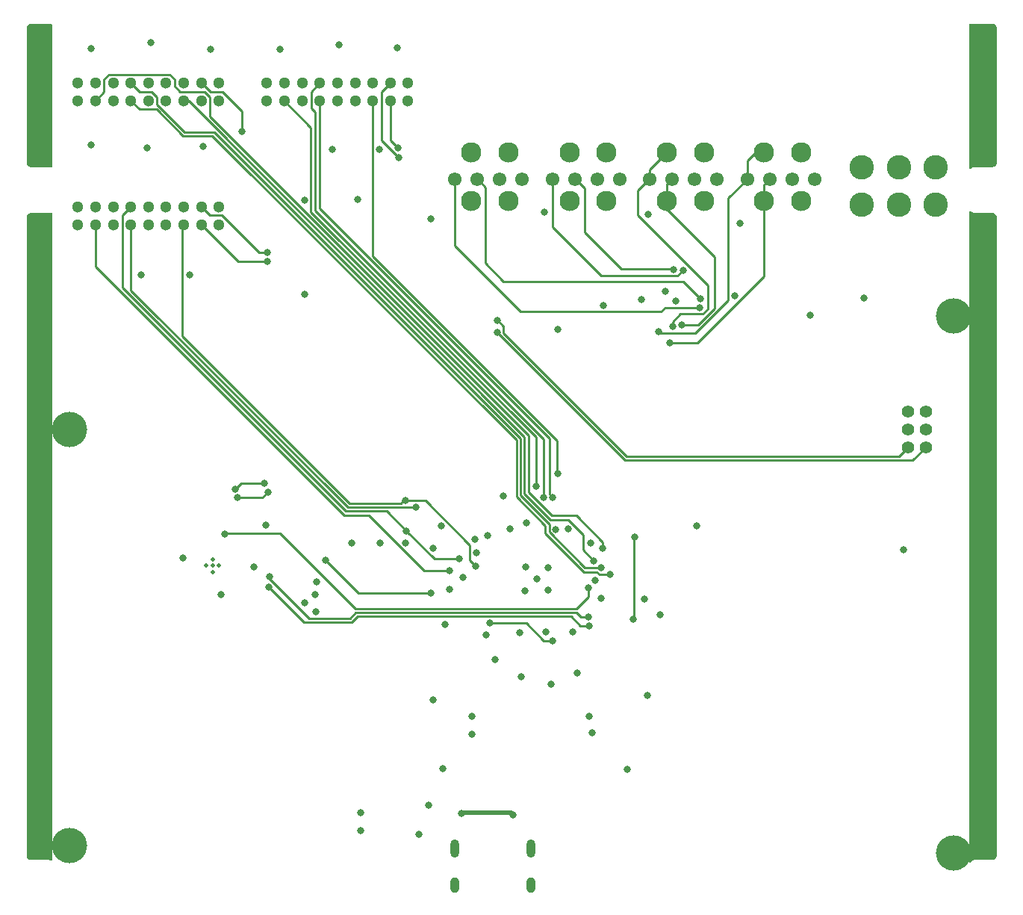
<source format=gbr>
%TF.GenerationSoftware,KiCad,Pcbnew,7.0.6-0*%
%TF.CreationDate,2023-12-09T22:02:54-05:00*%
%TF.ProjectId,bitcrane,62697463-7261-46e6-952e-6b696361645f,rev?*%
%TF.SameCoordinates,Original*%
%TF.FileFunction,Copper,L4,Bot*%
%TF.FilePolarity,Positive*%
%FSLAX46Y46*%
G04 Gerber Fmt 4.6, Leading zero omitted, Abs format (unit mm)*
G04 Created by KiCad (PCBNEW 7.0.6-0) date 2023-12-09 22:02:54*
%MOMM*%
%LPD*%
G01*
G04 APERTURE LIST*
%TA.AperFunction,ComponentPad*%
%ADD10C,1.400000*%
%TD*%
%TA.AperFunction,ComponentPad*%
%ADD11C,1.300000*%
%TD*%
%TA.AperFunction,ComponentPad*%
%ADD12C,2.300000*%
%TD*%
%TA.AperFunction,ComponentPad*%
%ADD13C,1.549400*%
%TD*%
%TA.AperFunction,ComponentPad*%
%ADD14C,0.500000*%
%TD*%
%TA.AperFunction,ComponentPad*%
%ADD15C,4.000000*%
%TD*%
%TA.AperFunction,ComponentPad*%
%ADD16C,2.775000*%
%TD*%
%TA.AperFunction,ComponentPad*%
%ADD17O,1.000000X2.100000*%
%TD*%
%TA.AperFunction,ComponentPad*%
%ADD18O,1.000000X1.800000*%
%TD*%
%TA.AperFunction,ViaPad*%
%ADD19C,0.800000*%
%TD*%
%TA.AperFunction,Conductor*%
%ADD20C,0.250000*%
%TD*%
%TA.AperFunction,Conductor*%
%ADD21C,0.500000*%
%TD*%
G04 APERTURE END LIST*
D10*
%TO.P,J1,1,Pin_1*%
%TO.N,unconnected-(J1-Pin_1-Pad1)*%
X160210000Y-78245000D03*
%TO.P,J1,2,Pin_2*%
%TO.N,GND*%
X160210000Y-80245000D03*
%TO.P,J1,3,Pin_3*%
%TO.N,/SDA3*%
X160210000Y-82245000D03*
%TO.P,J1,4,Pin_4*%
%TO.N,unconnected-(J1-Pin_4-Pad4)*%
X158210000Y-78245000D03*
%TO.P,J1,5,Pin_5*%
%TO.N,/PSU_EN*%
X158210000Y-80245000D03*
%TO.P,J1,6,Pin_6*%
%TO.N,/SCL3*%
X158210000Y-82245000D03*
%TD*%
D11*
%TO.P,J2,1,Pin_1*%
%TO.N,GND*%
X80080000Y-42980000D03*
%TO.P,J2,2,Pin_2*%
X80080000Y-40980000D03*
%TO.P,J2,3,Pin_3*%
%TO.N,/SDA0*%
X78080000Y-42980000D03*
%TO.P,J2,4,Pin_4*%
%TO.N,/SCL0*%
X78080000Y-40980000D03*
%TO.P,J2,5,Pin_5*%
%TO.N,/PLUG0*%
X76080000Y-42980000D03*
%TO.P,J2,6,Pin_6*%
%TO.N,/A20*%
X76080000Y-40980000D03*
%TO.P,J2,7,Pin_7*%
%TO.N,/A10*%
X74080000Y-42980000D03*
%TO.P,J2,8,Pin_8*%
%TO.N,/A00*%
X74080000Y-40980000D03*
%TO.P,J2,9,Pin_9*%
%TO.N,GND*%
X72080000Y-42980000D03*
%TO.P,J2,10,Pin_10*%
X72080000Y-40980000D03*
%TO.P,J2,11,Pin_11*%
%TO.N,/TXD0*%
X70080000Y-42980000D03*
%TO.P,J2,12,Pin_12*%
%TO.N,/RXD0*%
X70080000Y-40980000D03*
%TO.P,J2,13,Pin_13*%
%TO.N,GND*%
X68080000Y-42980000D03*
%TO.P,J2,14,Pin_14*%
X68080000Y-40980000D03*
%TO.P,J2,15,Pin_15*%
%TO.N,/RST0*%
X66080000Y-42980000D03*
%TO.P,J2,16,Pin_16*%
%TO.N,VCCIO*%
X66080000Y-40980000D03*
%TO.P,J2,17,Pin_17*%
%TO.N,unconnected-(J2-Pin_17-Pad17)*%
X64080000Y-42980000D03*
%TO.P,J2,18,Pin_18*%
%TO.N,unconnected-(J2-Pin_18-Pad18)*%
X64080000Y-40980000D03*
%TD*%
%TO.P,J10,1,Pin_1*%
%TO.N,GND*%
X80080000Y-57010000D03*
%TO.P,J10,2,Pin_2*%
X80080000Y-55010000D03*
%TO.P,J10,3,Pin_3*%
%TO.N,/SDA2*%
X78080000Y-57010000D03*
%TO.P,J10,4,Pin_4*%
%TO.N,/SCL2*%
X78080000Y-55010000D03*
%TO.P,J10,5,Pin_5*%
%TO.N,/PLUG2*%
X76080000Y-57010000D03*
%TO.P,J10,6,Pin_6*%
%TO.N,/A22*%
X76080000Y-55010000D03*
%TO.P,J10,7,Pin_7*%
%TO.N,/A12*%
X74080000Y-57010000D03*
%TO.P,J10,8,Pin_8*%
%TO.N,/A02*%
X74080000Y-55010000D03*
%TO.P,J10,9,Pin_9*%
%TO.N,GND*%
X72080000Y-57010000D03*
%TO.P,J10,10,Pin_10*%
X72080000Y-55010000D03*
%TO.P,J10,11,Pin_11*%
%TO.N,/TXD2*%
X70080000Y-57010000D03*
%TO.P,J10,12,Pin_12*%
%TO.N,/RXD2*%
X70080000Y-55010000D03*
%TO.P,J10,13,Pin_13*%
%TO.N,GND*%
X68080000Y-57010000D03*
%TO.P,J10,14,Pin_14*%
X68080000Y-55010000D03*
%TO.P,J10,15,Pin_15*%
%TO.N,/RST2*%
X66080000Y-57010000D03*
%TO.P,J10,16,Pin_16*%
%TO.N,VCCIO*%
X66080000Y-55010000D03*
%TO.P,J10,17,Pin_17*%
%TO.N,unconnected-(J10-Pin_17-Pad17)*%
X64080000Y-57010000D03*
%TO.P,J10,18,Pin_18*%
%TO.N,unconnected-(J10-Pin_18-Pad18)*%
X64080000Y-55010000D03*
%TD*%
%TO.P,J9,1,Pin_1*%
%TO.N,GND*%
X101510000Y-42980000D03*
%TO.P,J9,2,Pin_2*%
X101510000Y-40980000D03*
%TO.P,J9,3,Pin_3*%
%TO.N,/SDA1*%
X99510000Y-42980000D03*
%TO.P,J9,4,Pin_4*%
%TO.N,/SCL1*%
X99510000Y-40980000D03*
%TO.P,J9,5,Pin_5*%
%TO.N,/PLUG1*%
X97510000Y-42980000D03*
%TO.P,J9,6,Pin_6*%
%TO.N,/A21*%
X97510000Y-40980000D03*
%TO.P,J9,7,Pin_7*%
%TO.N,/A11*%
X95510000Y-42980000D03*
%TO.P,J9,8,Pin_8*%
%TO.N,/A01*%
X95510000Y-40980000D03*
%TO.P,J9,9,Pin_9*%
%TO.N,GND*%
X93510000Y-42980000D03*
%TO.P,J9,10,Pin_10*%
X93510000Y-40980000D03*
%TO.P,J9,11,Pin_11*%
%TO.N,/TXD1*%
X91510000Y-42980000D03*
%TO.P,J9,12,Pin_12*%
%TO.N,/RXD1*%
X91510000Y-40980000D03*
%TO.P,J9,13,Pin_13*%
%TO.N,GND*%
X89510000Y-42980000D03*
%TO.P,J9,14,Pin_14*%
X89510000Y-40980000D03*
%TO.P,J9,15,Pin_15*%
%TO.N,/RST1*%
X87510000Y-42980000D03*
%TO.P,J9,16,Pin_16*%
%TO.N,VCCIO*%
X87510000Y-40980000D03*
%TO.P,J9,17,Pin_17*%
%TO.N,unconnected-(J9-Pin_17-Pad17)*%
X85510000Y-42980000D03*
%TO.P,J9,18,Pin_18*%
%TO.N,unconnected-(J9-Pin_18-Pad18)*%
X85510000Y-40980000D03*
%TD*%
D12*
%TO.P,J14,4,Pin_4*%
%TO.N,Net-(J14-Pin_4)*%
X141880000Y-48820000D03*
%TO.P,J14,3,Pin_3*%
%TO.N,Net-(J14-Pin_3)*%
X141880000Y-54320000D03*
%TO.P,J14,2,Pin_2*%
%TO.N,/12V*%
X146080000Y-54320000D03*
%TO.P,J14,1,Pin_1*%
%TO.N,GND*%
X146080000Y-48820000D03*
%TD*%
%TO.P,J15,4,Pin_4*%
%TO.N,Net-(J15-Pin_4)*%
X130860000Y-48820000D03*
%TO.P,J15,3,Pin_3*%
%TO.N,Net-(J15-Pin_3)*%
X130860000Y-54320000D03*
%TO.P,J15,2,Pin_2*%
%TO.N,/12V*%
X135060000Y-54320000D03*
%TO.P,J15,1,Pin_1*%
%TO.N,GND*%
X135060000Y-48820000D03*
%TD*%
%TO.P,J17,4,Pin_4*%
%TO.N,Net-(J17-Pin_4)*%
X119820000Y-48820000D03*
%TO.P,J17,3,Pin_3*%
%TO.N,Net-(J17-Pin_3)*%
X119820000Y-54320000D03*
%TO.P,J17,2,Pin_2*%
%TO.N,/12V*%
X124020000Y-54320000D03*
%TO.P,J17,1,Pin_1*%
%TO.N,GND*%
X124020000Y-48820000D03*
%TD*%
%TO.P,J16,4,Pin_4*%
%TO.N,Net-(J16-Pin_4)*%
X108680000Y-48820000D03*
%TO.P,J16,3,Pin_3*%
%TO.N,Net-(J16-Pin_3)*%
X108680000Y-54320000D03*
%TO.P,J16,2,Pin_2*%
%TO.N,/12V*%
X112880000Y-54320000D03*
%TO.P,J16,1,Pin_1*%
%TO.N,GND*%
X112880000Y-48820000D03*
%TD*%
D13*
%TO.P,J5,1,Pin_1*%
%TO.N,GND*%
X136530000Y-51870750D03*
%TO.P,J5,2,Pin_2*%
%TO.N,/12V*%
X133990000Y-51870750D03*
%TO.P,J5,3,Pin_3*%
%TO.N,Net-(J15-Pin_3)*%
X131450000Y-51870750D03*
%TO.P,J5,4,Pin_4*%
%TO.N,Net-(J15-Pin_4)*%
X128910000Y-51870750D03*
%TD*%
D14*
%TO.P,U5,17,EPAD*%
%TO.N,GND*%
X79355000Y-94975000D03*
X80075000Y-95695000D03*
X79355000Y-95695000D03*
X78635000Y-95695000D03*
X79355000Y-96415000D03*
%TD*%
D15*
%TO.P,H4,1,1*%
%TO.N,GND*%
X63160000Y-127445000D03*
%TD*%
%TO.P,H3,1,1*%
%TO.N,GND*%
X63160000Y-80245000D03*
%TD*%
%TO.P,H2,1,1*%
%TO.N,GND*%
X163360000Y-128245000D03*
%TD*%
%TO.P,H1,1,1*%
%TO.N,GND*%
X163360000Y-67365000D03*
%TD*%
D13*
%TO.P,J4,1,Pin_1*%
%TO.N,GND*%
X147580000Y-51870750D03*
%TO.P,J4,2,Pin_2*%
%TO.N,/12V*%
X145040000Y-51870750D03*
%TO.P,J4,3,Pin_3*%
%TO.N,Net-(J14-Pin_3)*%
X142500000Y-51870750D03*
%TO.P,J4,4,Pin_4*%
%TO.N,Net-(J14-Pin_4)*%
X139960000Y-51870750D03*
%TD*%
%TO.P,J7,4,Pin_4*%
%TO.N,Net-(J17-Pin_4)*%
X117890000Y-51870750D03*
%TO.P,J7,3,Pin_3*%
%TO.N,Net-(J17-Pin_3)*%
X120430000Y-51870750D03*
%TO.P,J7,2,Pin_2*%
%TO.N,/12V*%
X122970000Y-51870750D03*
%TO.P,J7,1,Pin_1*%
%TO.N,GND*%
X125510000Y-51870750D03*
%TD*%
%TO.P,J6,4,Pin_4*%
%TO.N,Net-(J16-Pin_4)*%
X106780000Y-51870750D03*
%TO.P,J6,3,Pin_3*%
%TO.N,Net-(J16-Pin_3)*%
X109320000Y-51870750D03*
%TO.P,J6,2,Pin_2*%
%TO.N,/12V*%
X111860000Y-51870750D03*
%TO.P,J6,1,Pin_1*%
%TO.N,GND*%
X114400000Y-51870750D03*
%TD*%
D16*
%TO.P,J3,6,6*%
%TO.N,GND*%
X161360000Y-54740000D03*
%TO.P,J3,5,5*%
X157160000Y-54740000D03*
%TO.P,J3,4,4*%
X152960000Y-54740000D03*
%TO.P,J3,3,3*%
%TO.N,Net-(Q1-D)*%
X161360000Y-50540000D03*
%TO.P,J3,2,2*%
X157160000Y-50540000D03*
%TO.P,J3,1,1*%
X152960000Y-50540000D03*
%TD*%
D17*
%TO.P,J8,S1,SHIELD*%
%TO.N,GND*%
X106780000Y-127730000D03*
D18*
X106780000Y-131910000D03*
D17*
X115420000Y-127730000D03*
D18*
X115420000Y-131910000D03*
%TD*%
D19*
%TO.N,VCCIO*%
X157690000Y-93900000D03*
X95800000Y-54150000D03*
X89780000Y-54270000D03*
X89750000Y-64890000D03*
%TO.N,/SCL2*%
X85595047Y-60212616D03*
%TO.N,/SDA2*%
X85530000Y-61210000D03*
%TO.N,/SCL0*%
X82640000Y-46440000D03*
%TO.N,/SDA1*%
X100360000Y-48290000D03*
%TO.N,/SCL1*%
X100430000Y-49420000D03*
%TO.N,VCCIO*%
X130060000Y-101270000D03*
%TO.N,/SDA3*%
X111603198Y-69233198D03*
%TO.N,/SCL3*%
X111660000Y-67890000D03*
%TO.N,VCCIO*%
X65600000Y-37050000D03*
X79160000Y-37150000D03*
X87010000Y-37180000D03*
X100250000Y-37020000D03*
%TO.N,GND*%
X85420000Y-91050000D03*
%TO.N,/PLUG2*%
X101250000Y-88310000D03*
%TO.N,Net-(U1-EEDATA)*%
X92150000Y-95060000D03*
X104060000Y-98780000D03*
%TO.N,/RXD2*%
X101290000Y-91720000D03*
%TO.N,/SCL1*%
X85210000Y-86370000D03*
X81950000Y-86980000D03*
%TO.N,/SDA1*%
X85620000Y-87340000D03*
X82151850Y-87961851D03*
%TO.N,/RST2*%
X106210000Y-96240000D03*
%TO.N,VCCIO*%
X107780000Y-97005500D03*
%TO.N,/PLUG2*%
X109170000Y-95708541D03*
%TO.N,/TXD2*%
X102370000Y-89060000D03*
%TO.N,/RST1*%
X116016246Y-86716246D03*
%TO.N,/PLUG1*%
X118480000Y-85210000D03*
%TO.N,/RST0*%
X123570000Y-93680000D03*
%TO.N,/PLUG0*%
X122583623Y-95145346D03*
%TO.N,/RXD0*%
X123393538Y-95869846D03*
%TO.N,/TXD0*%
X124390000Y-96710000D03*
%TO.N,VCCIO*%
X71290000Y-62730000D03*
%TO.N,GND*%
X76760000Y-62760000D03*
X71900000Y-48360000D03*
%TO.N,VCCIO*%
X65580000Y-47980000D03*
X78250000Y-48190000D03*
X98260000Y-48510000D03*
%TO.N,GND*%
X92930000Y-48510000D03*
X72340000Y-36420000D03*
X93690000Y-36620000D03*
X80310000Y-98950000D03*
X76020000Y-94790000D03*
%TO.N,VCCIO*%
X84060000Y-95830000D03*
X128650000Y-110410000D03*
%TO.N,/RESET*%
X80710000Y-92090000D03*
X121947684Y-98195500D03*
%TO.N,/SCL*%
X85752701Y-98137299D03*
X122021610Y-102478636D03*
%TO.N,/SDA*%
X85810000Y-96950000D03*
X121980000Y-101480000D03*
%TO.N,/RXD2*%
X107340000Y-94924125D03*
%TO.N,/FAN_ALERT*%
X127040000Y-101720000D03*
X127175500Y-92409860D03*
%TO.N,VCCIO*%
X118490000Y-68930000D03*
X122190000Y-93100000D03*
X134220000Y-91190000D03*
%TO.N,GND*%
X120170000Y-103220000D03*
%TO.N,Net-(J14-Pin_4)*%
X129950000Y-69130000D03*
%TO.N,VCCIO*%
X116990000Y-55590000D03*
X104090000Y-56380000D03*
X127980000Y-65540000D03*
X128760000Y-55900000D03*
X139160000Y-56860000D03*
%TO.N,GND*%
X130720000Y-64570000D03*
X138560000Y-65110000D03*
X123680000Y-66160000D03*
X153200000Y-65340000D03*
X147110000Y-67290000D03*
X131880000Y-65700000D03*
%TO.N,Net-(J14-Pin_3)*%
X131200000Y-70450000D03*
%TO.N,Net-(J15-Pin_3)*%
X132580000Y-68380000D03*
%TO.N,Net-(J15-Pin_4)*%
X131490000Y-68600000D03*
%TO.N,Net-(J16-Pin_3)*%
X134690000Y-65420000D03*
%TO.N,Net-(J16-Pin_4)*%
X134614981Y-66416683D03*
%TO.N,Net-(J17-Pin_3)*%
X131640000Y-62090000D03*
%TO.N,Net-(J17-Pin_4)*%
X132700000Y-62190000D03*
%TO.N,/TXD1*%
X117884423Y-87922572D03*
%TO.N,/RXD1*%
X116885000Y-87910000D03*
%TO.N,/5V*%
X113454000Y-123936000D03*
X107543800Y-123724800D03*
%TO.N,VCORE*%
X117862354Y-104176740D03*
X110810000Y-102190000D03*
X110547000Y-92259000D03*
X118264799Y-91560799D03*
%TO.N,VCCIO*%
X109090000Y-92670000D03*
X108750000Y-112800000D03*
X91007000Y-98936000D03*
X123400000Y-99420000D03*
X98310000Y-93120000D03*
X95160000Y-93080000D03*
X120660000Y-107890000D03*
X101220000Y-93110000D03*
X91064000Y-100921000D03*
X122090000Y-112720000D03*
X96100000Y-123710000D03*
X114900000Y-90800000D03*
%TO.N,GND*%
X117750000Y-109160000D03*
X59820000Y-82940904D03*
X166670000Y-101257274D03*
X59820000Y-122543623D03*
X166670000Y-104303637D03*
X122700000Y-97320000D03*
X59820000Y-67709089D03*
X96150000Y-125690000D03*
X166670000Y-82979096D03*
X59710000Y-48120000D03*
X117420000Y-98410000D03*
X59820000Y-119497260D03*
X59820000Y-116450897D03*
X105420000Y-118710000D03*
X166670000Y-76886370D03*
X166670000Y-98210911D03*
X166670000Y-67747281D03*
X104390000Y-93680000D03*
X117430000Y-95900000D03*
X111410000Y-106310000D03*
X59820000Y-58570000D03*
X105730000Y-102310000D03*
X166770000Y-42860000D03*
X166670000Y-116489089D03*
X59820000Y-73801815D03*
X59820000Y-110358171D03*
X166670000Y-58608192D03*
X166670000Y-86025459D03*
X102720000Y-126130000D03*
X166670000Y-79932733D03*
X89750000Y-99920000D03*
X112340000Y-87800000D03*
X126360000Y-118740000D03*
X117160500Y-103190000D03*
X122370000Y-114580000D03*
X91125000Y-97515000D03*
X59820000Y-76848178D03*
X166670000Y-122581815D03*
X59820000Y-113404534D03*
X166670000Y-113442726D03*
X59820000Y-85987267D03*
X104328000Y-110913000D03*
X166670000Y-107350000D03*
X59710000Y-39015000D03*
X119700000Y-91536000D03*
X105250000Y-91160000D03*
X59820000Y-125590000D03*
X166670000Y-70793644D03*
X59820000Y-98172719D03*
X128340000Y-99450000D03*
X114160500Y-103302000D03*
X109255765Y-94259041D03*
X114380000Y-108310000D03*
X59820000Y-79894541D03*
X166670000Y-125628192D03*
X166770000Y-39825000D03*
X59820000Y-101219082D03*
X59820000Y-64662726D03*
X59820000Y-104265445D03*
X114820000Y-95860000D03*
X166670000Y-110396363D03*
X59710000Y-42050000D03*
X108720000Y-114790000D03*
X166770000Y-36790000D03*
X110390000Y-103550000D03*
X166770000Y-45895000D03*
X166670000Y-95164548D03*
X59820000Y-89033630D03*
X116135000Y-97170000D03*
X59820000Y-107311808D03*
X166670000Y-64700918D03*
X114740000Y-98510000D03*
X113040000Y-91493000D03*
X166770000Y-48930000D03*
X59820000Y-61616363D03*
X59820000Y-95126356D03*
X59710000Y-35980000D03*
X166670000Y-61654555D03*
X166670000Y-73840007D03*
X103872000Y-122806000D03*
X59820000Y-92079993D03*
X59710000Y-45085000D03*
X166670000Y-119535452D03*
X166670000Y-92118185D03*
X166670000Y-89071822D03*
X59820000Y-70755452D03*
X106250000Y-98350000D03*
%TD*%
D20*
%TO.N,/PLUG0*%
X121350000Y-92160695D02*
X119648454Y-90459149D01*
X121350000Y-93911723D02*
X121350000Y-92160695D01*
X119648454Y-90459149D02*
X117660850Y-90459149D01*
X122583623Y-95145346D02*
X121350000Y-93911723D01*
X117660850Y-90459149D02*
X114720000Y-87518299D01*
X114720000Y-87518299D02*
X114720000Y-81072792D01*
X76627208Y-42980000D02*
X76080000Y-42980000D01*
X114720000Y-81072792D02*
X76627208Y-42980000D01*
%TO.N,/RST0*%
X75055000Y-41333859D02*
X75055000Y-40576141D01*
X123570000Y-93000000D02*
X120579149Y-90009149D01*
X75055000Y-40576141D02*
X74483859Y-40005000D01*
X120579149Y-90009149D02*
X117847246Y-90009149D01*
X67055000Y-40576141D02*
X67055000Y-42005000D01*
X115170000Y-80886396D02*
X79055000Y-44771396D01*
X123570000Y-93680000D02*
X123570000Y-93000000D01*
X117847246Y-90009149D02*
X115170000Y-87331903D01*
X115170000Y-87331903D02*
X115170000Y-80886396D01*
X79055000Y-42576141D02*
X78433859Y-41955000D01*
X67055000Y-42005000D02*
X66080000Y-42980000D01*
X79055000Y-44771396D02*
X79055000Y-42576141D01*
X78433859Y-41955000D02*
X75676141Y-41955000D01*
X75676141Y-41955000D02*
X75055000Y-41333859D01*
X74483859Y-40005000D02*
X67626141Y-40005000D01*
X67626141Y-40005000D02*
X67055000Y-40576141D01*
%TO.N,/TXD0*%
X117089799Y-92047500D02*
X117089799Y-91160890D01*
X123208387Y-96710000D02*
X122928387Y-96430000D01*
X122928387Y-96430000D02*
X121472299Y-96430000D01*
X117089799Y-91160890D02*
X113820000Y-87891091D01*
X71055000Y-43955000D02*
X70080000Y-42980000D01*
X113820000Y-87891091D02*
X113820000Y-81445584D01*
X121472299Y-96430000D02*
X117089799Y-92047500D01*
X113820000Y-81445584D02*
X79334416Y-46960000D01*
X75994745Y-46960000D02*
X72989745Y-43955000D01*
X79334416Y-46960000D02*
X75994745Y-46960000D01*
X124390000Y-96710000D02*
X123208387Y-96710000D01*
X72989745Y-43955000D02*
X71055000Y-43955000D01*
%TO.N,/TXD1*%
X117884423Y-87922572D02*
X117540000Y-87578149D01*
X117540000Y-87578149D02*
X117540000Y-81240000D01*
X117540000Y-81240000D02*
X91510000Y-55210000D01*
X91510000Y-55210000D02*
X91510000Y-42980000D01*
%TO.N,/PLUG1*%
X118480000Y-85210000D02*
X118440000Y-85170000D01*
X118440000Y-85170000D02*
X118440000Y-81503604D01*
X118440000Y-81503604D02*
X97510000Y-60573604D01*
X97510000Y-60573604D02*
X97510000Y-42980000D01*
%TO.N,/RXD1*%
X116885000Y-87910000D02*
X116885000Y-81328604D01*
X90955000Y-44285000D02*
X90535000Y-43865000D01*
X90535000Y-41955000D02*
X91510000Y-40980000D01*
X90955000Y-55398604D02*
X90955000Y-44285000D01*
X116885000Y-81328604D02*
X90955000Y-55398604D01*
X90535000Y-43865000D02*
X90535000Y-41955000D01*
%TO.N,/RXD0*%
X123393538Y-95869846D02*
X121548541Y-95869846D01*
X121548541Y-95869846D02*
X117539799Y-91861104D01*
X76181141Y-46510000D02*
X73055000Y-43383859D01*
X114270000Y-87704695D02*
X114270000Y-81259188D01*
X73055000Y-43383859D02*
X73055000Y-42576141D01*
X73055000Y-42576141D02*
X72433859Y-41955000D01*
X117539799Y-91861104D02*
X117539799Y-90974494D01*
X117539799Y-90974494D02*
X114270000Y-87704695D01*
X114270000Y-81259188D02*
X79520812Y-46510000D01*
X72433859Y-41955000D02*
X71055000Y-41955000D01*
X79520812Y-46510000D02*
X76181141Y-46510000D01*
X71055000Y-41955000D02*
X70080000Y-40980000D01*
%TO.N,/RST1*%
X116016246Y-86716246D02*
X116016246Y-81096246D01*
X90505000Y-55585000D02*
X90505000Y-46015000D01*
X116016246Y-81096246D02*
X90505000Y-55585000D01*
X87510000Y-43020000D02*
X87510000Y-42980000D01*
X90505000Y-46015000D02*
X87510000Y-43020000D01*
%TO.N,/SCL2*%
X84661475Y-60212616D02*
X80433859Y-55985000D01*
X79055000Y-55985000D02*
X78080000Y-55010000D01*
X85595047Y-60212616D02*
X84661475Y-60212616D01*
X80433859Y-55985000D02*
X79055000Y-55985000D01*
%TO.N,/SDA2*%
X85530000Y-61210000D02*
X82280000Y-61210000D01*
X82280000Y-61210000D02*
X78080000Y-57010000D01*
%TO.N,/SCL0*%
X82640000Y-46440000D02*
X82640000Y-44161141D01*
X82640000Y-44161141D02*
X80471231Y-41992372D01*
X80471231Y-41992372D02*
X79107627Y-41992372D01*
X79107627Y-41992372D02*
X78095255Y-40980000D01*
X78095255Y-40980000D02*
X78080000Y-40980000D01*
%TO.N,/SDA1*%
X100360000Y-48290000D02*
X99510000Y-47440000D01*
X99510000Y-47440000D02*
X99510000Y-42980000D01*
%TO.N,/SCL1*%
X100430000Y-49420000D02*
X98485000Y-47475000D01*
X98485000Y-47475000D02*
X98485000Y-42005000D01*
X98485000Y-42005000D02*
X99510000Y-40980000D01*
%TO.N,/SCL3*%
X158210000Y-82245000D02*
X157155000Y-83300000D01*
X111680000Y-67890000D02*
X111660000Y-67890000D01*
X126306396Y-83300000D02*
X112328198Y-69321802D01*
X112328198Y-69321802D02*
X112328198Y-68538198D01*
X157155000Y-83300000D02*
X126306396Y-83300000D01*
X112328198Y-68538198D02*
X111680000Y-67890000D01*
%TO.N,/SDA3*%
X160210000Y-82245000D02*
X158705000Y-83750000D01*
X158705000Y-83750000D02*
X126120000Y-83750000D01*
X126120000Y-83750000D02*
X111603198Y-69233198D01*
%TO.N,/PLUG2*%
X101250000Y-88310000D02*
X101000000Y-88310000D01*
X103470000Y-88310000D02*
X101250000Y-88310000D01*
%TO.N,Net-(U1-EEDATA)*%
X95870000Y-98780000D02*
X92150000Y-95060000D01*
X104060000Y-98780000D02*
X95870000Y-98780000D01*
%TO.N,/RXD2*%
X104494125Y-94924125D02*
X101290000Y-91720000D01*
X101290000Y-91720000D02*
X99080000Y-89510000D01*
%TO.N,/SCL1*%
X81950000Y-86980000D02*
X82560000Y-86370000D01*
X82560000Y-86370000D02*
X85210000Y-86370000D01*
%TO.N,/SDA1*%
X82151850Y-87961851D02*
X84998149Y-87961851D01*
X84998149Y-87961851D02*
X85620000Y-87340000D01*
%TO.N,/RST2*%
X97044695Y-89960000D02*
X94250000Y-89960000D01*
X66080000Y-61790000D02*
X66080000Y-57010000D01*
X106210000Y-96240000D02*
X103324695Y-96240000D01*
X103324695Y-96240000D02*
X97044695Y-89960000D01*
X94250000Y-89960000D02*
X66080000Y-61790000D01*
%TO.N,/PLUG2*%
X109170000Y-95708541D02*
X108530765Y-95069306D01*
X108530765Y-93370765D02*
X103470000Y-88310000D01*
X108530765Y-95069306D02*
X108530765Y-93370765D01*
X94846396Y-88610000D02*
X75883198Y-69646802D01*
X75883198Y-69646802D02*
X75883198Y-57206802D01*
X75883198Y-57206802D02*
X76080000Y-57010000D01*
X101000000Y-88310000D02*
X100700000Y-88610000D01*
X100700000Y-88610000D02*
X94846396Y-88610000D01*
%TO.N,/TXD2*%
X102370000Y-89060000D02*
X94660000Y-89060000D01*
X94660000Y-89060000D02*
X70080000Y-64480000D01*
X70080000Y-64480000D02*
X70080000Y-57010000D01*
%TO.N,/RXD2*%
X107340000Y-94924125D02*
X104494125Y-94924125D01*
X94473604Y-89510000D02*
X69105000Y-64141396D01*
X99080000Y-89510000D02*
X94473604Y-89510000D01*
X69105000Y-64141396D02*
X69105000Y-55985000D01*
X69105000Y-55985000D02*
X70080000Y-55010000D01*
%TO.N,/FAN_ALERT*%
X127175500Y-92409860D02*
X127090000Y-92495360D01*
X127090000Y-92495360D02*
X127090000Y-101670000D01*
X127090000Y-101670000D02*
X127040000Y-101720000D01*
%TO.N,/SCL*%
X122021610Y-102478636D02*
X121048636Y-102478636D01*
X120000000Y-101430000D02*
X95766396Y-101430000D01*
X95100396Y-102096000D02*
X89711402Y-102096000D01*
X121048636Y-102478636D02*
X120000000Y-101430000D01*
X89711402Y-102096000D02*
X85752701Y-98137299D01*
X95766396Y-101430000D02*
X95100396Y-102096000D01*
%TO.N,/SDA*%
X85810000Y-96950000D02*
X85810000Y-97170000D01*
X94914000Y-101646000D02*
X95580000Y-100980000D01*
X90286000Y-101646000D02*
X94914000Y-101646000D01*
X120580000Y-100980000D02*
X121080000Y-101480000D01*
X95580000Y-100980000D02*
X120580000Y-100980000D01*
X85810000Y-97170000D02*
X90286000Y-101646000D01*
X121080000Y-101480000D02*
X121980000Y-101480000D01*
%TO.N,/RESET*%
X121947684Y-98195500D02*
X121947684Y-99202316D01*
X121947684Y-99202316D02*
X120620000Y-100530000D01*
X87010000Y-92000000D02*
X80800000Y-92000000D01*
X120620000Y-100530000D02*
X95540000Y-100530000D01*
X95540000Y-100530000D02*
X87010000Y-92000000D01*
X80800000Y-92000000D02*
X80710000Y-92090000D01*
%TO.N,VCORE*%
X110810000Y-102190000D02*
X114920000Y-102190000D01*
X114920000Y-102190000D02*
X116906740Y-104176740D01*
X116906740Y-104176740D02*
X117862354Y-104176740D01*
%TO.N,Net-(J16-Pin_4)*%
X132188622Y-66416683D02*
X132180305Y-66425000D01*
X131579695Y-66425000D02*
X131571378Y-66416683D01*
X131571378Y-66416683D02*
X130683317Y-66416683D01*
X132180305Y-66425000D02*
X131579695Y-66425000D01*
X134614981Y-66416683D02*
X132188622Y-66416683D01*
X130683317Y-66416683D02*
X130200000Y-66900000D01*
X130200000Y-66900000D02*
X114270000Y-66900000D01*
X114270000Y-66900000D02*
X106780000Y-59410000D01*
X106780000Y-59410000D02*
X106780000Y-51830750D01*
%TO.N,Net-(J14-Pin_4)*%
X139960000Y-51870750D02*
X139960000Y-49790000D01*
X139960000Y-49790000D02*
X140830000Y-48920000D01*
X140830000Y-48920000D02*
X141880000Y-48920000D01*
X130145000Y-69325000D02*
X134101396Y-69325000D01*
X129950000Y-69130000D02*
X130145000Y-69325000D01*
X134101396Y-69325000D02*
X137835000Y-65591396D01*
X137835000Y-65591396D02*
X137835000Y-53995750D01*
X137835000Y-53995750D02*
X139960000Y-51870750D01*
%TO.N,Net-(J17-Pin_4)*%
X132700000Y-62190000D02*
X132075000Y-62815000D01*
X132075000Y-62815000D02*
X123395000Y-62815000D01*
X123395000Y-62815000D02*
X117890000Y-57310000D01*
X117890000Y-57310000D02*
X117890000Y-51830750D01*
%TO.N,Net-(J16-Pin_3)*%
X134690000Y-65420000D02*
X132740000Y-63470000D01*
X110270000Y-61400000D02*
X110270000Y-52780750D01*
X132740000Y-63470000D02*
X112340000Y-63470000D01*
X110270000Y-52780750D02*
X109320000Y-51830750D01*
X112340000Y-63470000D02*
X110270000Y-61400000D01*
%TO.N,Net-(J17-Pin_3)*%
X131640000Y-62090000D02*
X131610000Y-62060000D01*
X131610000Y-62060000D02*
X125680000Y-62060000D01*
X125680000Y-62060000D02*
X121530000Y-57910000D01*
X121530000Y-57910000D02*
X121530000Y-52930750D01*
X121530000Y-52930750D02*
X120430000Y-51830750D01*
%TO.N,Net-(J15-Pin_4)*%
X127550000Y-55980000D02*
X127550000Y-53180750D01*
%TO.N,Net-(J14-Pin_3)*%
X131200000Y-70450000D02*
X134310000Y-70450000D01*
X134310000Y-70450000D02*
X141880000Y-62880000D01*
X141880000Y-62880000D02*
X141880000Y-54420000D01*
%TO.N,Net-(J15-Pin_4)*%
X135470000Y-66586969D02*
X135470000Y-63900000D01*
X131490000Y-68050000D02*
X132398317Y-67141683D01*
X127550000Y-53180750D02*
X128910000Y-51820750D01*
X131490000Y-68600000D02*
X131490000Y-68050000D01*
X134915286Y-67141683D02*
X135470000Y-66586969D01*
X132398317Y-67141683D02*
X134915286Y-67141683D01*
X135470000Y-63900000D02*
X127550000Y-55980000D01*
%TO.N,Net-(J14-Pin_3)*%
X141880000Y-54420000D02*
X141880000Y-52490750D01*
X141880000Y-52490750D02*
X142500000Y-51870750D01*
%TO.N,Net-(J15-Pin_3)*%
X130860000Y-55250000D02*
X130860000Y-54340000D01*
X134410000Y-68380000D02*
X136260000Y-66530000D01*
X136260000Y-66530000D02*
X136260000Y-60650000D01*
X130860000Y-52410750D02*
X131450000Y-51820750D01*
X130860000Y-54340000D02*
X130860000Y-52410750D01*
X136260000Y-60650000D02*
X130860000Y-55250000D01*
X132580000Y-68380000D02*
X134410000Y-68380000D01*
%TO.N,Net-(J15-Pin_4)*%
X128910000Y-51820750D02*
X128910000Y-50790000D01*
X128910000Y-50790000D02*
X130860000Y-48840000D01*
D21*
%TO.N,/5V*%
X113454000Y-123936000D02*
X113219000Y-123701000D01*
X107567600Y-123701000D02*
X107543800Y-123724800D01*
X113219000Y-123701000D02*
X107567600Y-123701000D01*
%TD*%
%TA.AperFunction,Conductor*%
%TO.N,GND*%
G36*
X61094125Y-55654825D02*
G01*
X61144116Y-55703638D01*
X61160000Y-55764358D01*
X61160000Y-128975680D01*
X61140315Y-129042719D01*
X61087511Y-129088474D01*
X61018353Y-129098418D01*
X60995221Y-129088674D01*
X60979649Y-129090334D01*
X60947969Y-129080040D01*
X60926343Y-129069623D01*
X60926340Y-129069622D01*
X60926338Y-129069621D01*
X60906804Y-129065159D01*
X60894898Y-129062440D01*
X60875046Y-129056109D01*
X60857854Y-129048986D01*
X60824052Y-129046259D01*
X60816394Y-129044510D01*
X60816395Y-129044510D01*
X60816390Y-129044509D01*
X60816387Y-129044508D01*
X60816382Y-129044508D01*
X60760271Y-129044499D01*
X60752170Y-129043967D01*
X60713504Y-129038869D01*
X60677078Y-129044500D01*
X58763477Y-129044500D01*
X58756546Y-129044111D01*
X58743237Y-129042614D01*
X58733656Y-129041536D01*
X58654158Y-129031083D01*
X58629382Y-129025187D01*
X58595274Y-129013257D01*
X58592022Y-129012016D01*
X58537798Y-128989561D01*
X58519274Y-128979993D01*
X58484465Y-128958124D01*
X58479705Y-128954813D01*
X58431773Y-128918038D01*
X58425674Y-128912690D01*
X58392307Y-128879323D01*
X58386964Y-128873230D01*
X58375148Y-128857829D01*
X58350185Y-128825293D01*
X58346874Y-128820533D01*
X58325005Y-128785724D01*
X58315437Y-128767200D01*
X58292982Y-128712976D01*
X58291755Y-128709762D01*
X58279809Y-128675610D01*
X58273916Y-128650845D01*
X58263468Y-128571387D01*
X58260889Y-128548455D01*
X58260500Y-128541520D01*
X58260500Y-56198486D01*
X58260890Y-56191540D01*
X58261285Y-56188029D01*
X58263472Y-56168619D01*
X58273933Y-56089163D01*
X58279830Y-56064399D01*
X58291775Y-56030262D01*
X58293001Y-56027047D01*
X58315474Y-55972794D01*
X58325021Y-55954313D01*
X58346922Y-55919459D01*
X58350197Y-55914752D01*
X58387003Y-55866786D01*
X58392323Y-55860718D01*
X58425718Y-55827323D01*
X58431786Y-55822003D01*
X58479752Y-55785197D01*
X58484459Y-55781922D01*
X58519313Y-55760021D01*
X58537794Y-55750474D01*
X58592047Y-55728001D01*
X58595253Y-55726778D01*
X58629402Y-55714829D01*
X58654163Y-55708933D01*
X58701565Y-55702693D01*
X58733646Y-55698470D01*
X58742632Y-55697456D01*
X58756545Y-55695889D01*
X58763481Y-55695500D01*
X60677062Y-55695500D01*
X60701558Y-55702693D01*
X60752162Y-55696031D01*
X60760263Y-55695500D01*
X60816391Y-55695500D01*
X60816393Y-55695500D01*
X60824060Y-55693750D01*
X60847782Y-55695202D01*
X60875048Y-55683909D01*
X60894904Y-55677580D01*
X60926351Y-55670403D01*
X60947986Y-55659983D01*
X60996841Y-55651937D01*
X61025680Y-55640788D01*
X61094125Y-55654825D01*
G37*
%TD.AperFunction*%
%TA.AperFunction,Conductor*%
G36*
X61103039Y-34265185D02*
G01*
X61148794Y-34317989D01*
X61160000Y-34369500D01*
X61160000Y-50425680D01*
X61140315Y-50492719D01*
X61087511Y-50538474D01*
X61018353Y-50548418D01*
X60995221Y-50538674D01*
X60979649Y-50540334D01*
X60947969Y-50530040D01*
X60926343Y-50519623D01*
X60926340Y-50519622D01*
X60926338Y-50519621D01*
X60906804Y-50515159D01*
X60894898Y-50512440D01*
X60875046Y-50506109D01*
X60857854Y-50498986D01*
X60824052Y-50496259D01*
X60816394Y-50494510D01*
X60816395Y-50494510D01*
X60816390Y-50494509D01*
X60816387Y-50494508D01*
X60816382Y-50494508D01*
X60760271Y-50494499D01*
X60752170Y-50493967D01*
X60713504Y-50488869D01*
X60677078Y-50494500D01*
X58763477Y-50494500D01*
X58756546Y-50494111D01*
X58743237Y-50492614D01*
X58733656Y-50491536D01*
X58654158Y-50481083D01*
X58629382Y-50475187D01*
X58595274Y-50463257D01*
X58592022Y-50462016D01*
X58537798Y-50439561D01*
X58519274Y-50429993D01*
X58484465Y-50408124D01*
X58479705Y-50404813D01*
X58431773Y-50368038D01*
X58425674Y-50362690D01*
X58392307Y-50329323D01*
X58386964Y-50323230D01*
X58375148Y-50307829D01*
X58350185Y-50275293D01*
X58346874Y-50270533D01*
X58325005Y-50235724D01*
X58315437Y-50217200D01*
X58292982Y-50162976D01*
X58291755Y-50159762D01*
X58279809Y-50125610D01*
X58273916Y-50100845D01*
X58263466Y-50021367D01*
X58260886Y-49998437D01*
X58260500Y-49991539D01*
X58260499Y-34748480D01*
X58260889Y-34741546D01*
X58263470Y-34718645D01*
X58266944Y-34692248D01*
X58273933Y-34639163D01*
X58279830Y-34614399D01*
X58291775Y-34580262D01*
X58293001Y-34577047D01*
X58315474Y-34522794D01*
X58325021Y-34504313D01*
X58346922Y-34469459D01*
X58350197Y-34464752D01*
X58387003Y-34416786D01*
X58392323Y-34410718D01*
X58425718Y-34377323D01*
X58431786Y-34372003D01*
X58479752Y-34335197D01*
X58484459Y-34331922D01*
X58519313Y-34310021D01*
X58537794Y-34300474D01*
X58592047Y-34278001D01*
X58595253Y-34276778D01*
X58629402Y-34264829D01*
X58654163Y-34258933D01*
X58701020Y-34252764D01*
X58733646Y-34248470D01*
X58742632Y-34247456D01*
X58756545Y-34245889D01*
X58763481Y-34245500D01*
X61036000Y-34245500D01*
X61103039Y-34265185D01*
G37*
%TD.AperFunction*%
%TD*%
%TA.AperFunction,Conductor*%
%TO.N,GND*%
G36*
X165348567Y-55504198D02*
G01*
X165382392Y-55530150D01*
X165398848Y-55546300D01*
X165398899Y-55546250D01*
X165408750Y-55556101D01*
X165408699Y-55556151D01*
X165424848Y-55572606D01*
X165431490Y-55581263D01*
X165436141Y-55581904D01*
X165462613Y-55598054D01*
X165492011Y-55621497D01*
X165505816Y-55628143D01*
X165527502Y-55641487D01*
X165538478Y-55649908D01*
X165540301Y-55649714D01*
X165571986Y-55660002D01*
X165593637Y-55670427D01*
X165614497Y-55675184D01*
X165625050Y-55677592D01*
X165644918Y-55683921D01*
X165662108Y-55691039D01*
X165695922Y-55693756D01*
X165703604Y-55695509D01*
X165759748Y-55695500D01*
X165767835Y-55696029D01*
X165806602Y-55701126D01*
X165842969Y-55695500D01*
X167756511Y-55695500D01*
X167763460Y-55695890D01*
X167786358Y-55698474D01*
X167865841Y-55708952D01*
X167890582Y-55714847D01*
X167924739Y-55726803D01*
X167927919Y-55728017D01*
X167982169Y-55750494D01*
X168000667Y-55760051D01*
X168035493Y-55781937D01*
X168040240Y-55785239D01*
X168088175Y-55822024D01*
X168094268Y-55827367D01*
X168127630Y-55860729D01*
X168132974Y-55866823D01*
X168169759Y-55914758D01*
X168173070Y-55919518D01*
X168194942Y-55954323D01*
X168204506Y-55972834D01*
X168226963Y-56027033D01*
X168228203Y-56030282D01*
X168240149Y-56064409D01*
X168246048Y-56089170D01*
X168256526Y-56168651D01*
X168259109Y-56191535D01*
X168259500Y-56198494D01*
X168259500Y-128541514D01*
X168259110Y-128548462D01*
X168256530Y-128571351D01*
X168246066Y-128650829D01*
X168240169Y-128675597D01*
X168228223Y-128709735D01*
X168226983Y-128712984D01*
X168204536Y-128767180D01*
X168194967Y-128785702D01*
X168173097Y-128820508D01*
X168169786Y-128825267D01*
X168133005Y-128873200D01*
X168127653Y-128879304D01*
X168094304Y-128912653D01*
X168088200Y-128918005D01*
X168040267Y-128954786D01*
X168035508Y-128958097D01*
X168000702Y-128979967D01*
X167982180Y-128989536D01*
X167927984Y-129011983D01*
X167924735Y-129013223D01*
X167890597Y-129025169D01*
X167865829Y-129031066D01*
X167786351Y-129041530D01*
X167765688Y-129043859D01*
X167763460Y-129044110D01*
X167756514Y-129044500D01*
X165842936Y-129044500D01*
X165818437Y-129037306D01*
X165767830Y-129043969D01*
X165759728Y-129044500D01*
X165703604Y-129044500D01*
X165695930Y-129046252D01*
X165672208Y-129044797D01*
X165644941Y-129056092D01*
X165625085Y-129062420D01*
X165593650Y-129069595D01*
X165593647Y-129069596D01*
X165572006Y-129080018D01*
X165546104Y-129084282D01*
X165527526Y-129098538D01*
X165505844Y-129111881D01*
X165492034Y-129118531D01*
X165492027Y-129118536D01*
X165462644Y-129141968D01*
X165436094Y-129152806D01*
X165424878Y-129167424D01*
X165408728Y-129183880D01*
X165408778Y-129183930D01*
X165398930Y-129193778D01*
X165398880Y-129193728D01*
X165382424Y-129209878D01*
X165373757Y-129216527D01*
X165373118Y-129221173D01*
X165356967Y-129247646D01*
X165335490Y-129274577D01*
X165278301Y-129314717D01*
X165208489Y-129317567D01*
X165148220Y-129282221D01*
X165116627Y-129219902D01*
X165114543Y-129197216D01*
X165149051Y-55677984D01*
X165149086Y-55602518D01*
X165168802Y-55535490D01*
X165221627Y-55489759D01*
X165290791Y-55479848D01*
X165348567Y-55504198D01*
G37*
%TD.AperFunction*%
%TA.AperFunction,Conductor*%
G36*
X167763460Y-34245890D02*
G01*
X167786358Y-34248474D01*
X167865841Y-34258952D01*
X167890582Y-34264847D01*
X167924739Y-34276803D01*
X167927919Y-34278017D01*
X167982169Y-34300494D01*
X168000667Y-34310051D01*
X168035493Y-34331937D01*
X168040240Y-34335239D01*
X168088175Y-34372024D01*
X168094268Y-34377367D01*
X168127630Y-34410729D01*
X168132974Y-34416823D01*
X168169759Y-34464758D01*
X168173070Y-34469518D01*
X168194942Y-34504323D01*
X168204506Y-34522834D01*
X168226963Y-34577033D01*
X168228203Y-34580282D01*
X168240149Y-34614409D01*
X168246048Y-34639170D01*
X168256526Y-34718651D01*
X168259109Y-34741535D01*
X168259500Y-34748494D01*
X168259500Y-49991514D01*
X168259110Y-49998462D01*
X168256530Y-50021351D01*
X168246066Y-50100829D01*
X168240169Y-50125597D01*
X168228223Y-50159735D01*
X168226983Y-50162984D01*
X168204536Y-50217180D01*
X168194967Y-50235702D01*
X168173097Y-50270508D01*
X168169786Y-50275267D01*
X168133005Y-50323200D01*
X168127653Y-50329304D01*
X168094304Y-50362653D01*
X168088200Y-50368005D01*
X168040267Y-50404786D01*
X168035508Y-50408097D01*
X168000702Y-50429967D01*
X167982180Y-50439536D01*
X167927984Y-50461983D01*
X167924735Y-50463223D01*
X167890597Y-50475169D01*
X167865829Y-50481066D01*
X167786351Y-50491530D01*
X167765688Y-50493859D01*
X167763460Y-50494110D01*
X167756514Y-50494500D01*
X165842936Y-50494500D01*
X165818437Y-50487306D01*
X165767830Y-50493969D01*
X165759728Y-50494500D01*
X165703604Y-50494500D01*
X165695930Y-50496252D01*
X165672208Y-50494797D01*
X165644941Y-50506092D01*
X165625085Y-50512420D01*
X165593650Y-50519595D01*
X165593647Y-50519596D01*
X165572006Y-50530018D01*
X165546104Y-50534282D01*
X165527526Y-50548538D01*
X165505844Y-50561881D01*
X165492034Y-50568531D01*
X165492027Y-50568536D01*
X165462644Y-50591968D01*
X165436094Y-50602806D01*
X165424878Y-50617424D01*
X165408728Y-50633880D01*
X165408778Y-50633930D01*
X165398930Y-50643778D01*
X165398880Y-50643728D01*
X165382424Y-50659878D01*
X165350928Y-50684046D01*
X165285759Y-50709241D01*
X165217314Y-50695203D01*
X165167324Y-50646389D01*
X165151441Y-50585613D01*
X165151459Y-50548538D01*
X165158875Y-34748494D01*
X165159053Y-34369442D01*
X165178769Y-34302412D01*
X165231594Y-34256681D01*
X165283053Y-34245500D01*
X167756511Y-34245500D01*
X167763460Y-34245890D01*
G37*
%TD.AperFunction*%
%TD*%
M02*

</source>
